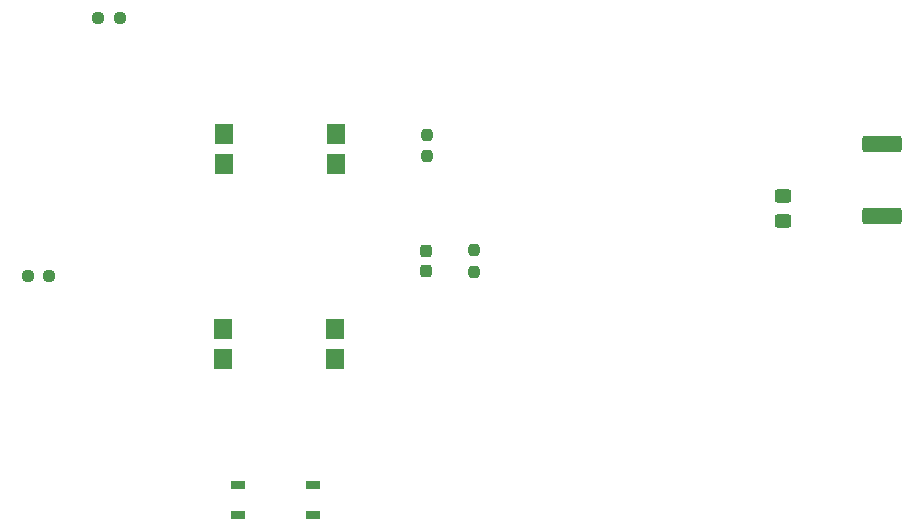
<source format=gbr>
%TF.GenerationSoftware,KiCad,Pcbnew,(6.0.7)*%
%TF.CreationDate,2022-11-08T14:23:53-05:00*%
%TF.ProjectId,high-voltage-board,68696768-2d76-46f6-9c74-6167652d626f,rev?*%
%TF.SameCoordinates,Original*%
%TF.FileFunction,Paste,Bot*%
%TF.FilePolarity,Positive*%
%FSLAX46Y46*%
G04 Gerber Fmt 4.6, Leading zero omitted, Abs format (unit mm)*
G04 Created by KiCad (PCBNEW (6.0.7)) date 2022-11-08 14:23:53*
%MOMM*%
%LPD*%
G01*
G04 APERTURE LIST*
G04 Aperture macros list*
%AMRoundRect*
0 Rectangle with rounded corners*
0 $1 Rounding radius*
0 $2 $3 $4 $5 $6 $7 $8 $9 X,Y pos of 4 corners*
0 Add a 4 corners polygon primitive as box body*
4,1,4,$2,$3,$4,$5,$6,$7,$8,$9,$2,$3,0*
0 Add four circle primitives for the rounded corners*
1,1,$1+$1,$2,$3*
1,1,$1+$1,$4,$5*
1,1,$1+$1,$6,$7*
1,1,$1+$1,$8,$9*
0 Add four rect primitives between the rounded corners*
20,1,$1+$1,$2,$3,$4,$5,0*
20,1,$1+$1,$4,$5,$6,$7,0*
20,1,$1+$1,$6,$7,$8,$9,0*
20,1,$1+$1,$8,$9,$2,$3,0*%
G04 Aperture macros list end*
%ADD10R,1.500000X1.780000*%
%ADD11RoundRect,0.250000X-0.450000X0.325000X-0.450000X-0.325000X0.450000X-0.325000X0.450000X0.325000X0*%
%ADD12RoundRect,0.237500X0.237500X-0.250000X0.237500X0.250000X-0.237500X0.250000X-0.237500X-0.250000X0*%
%ADD13RoundRect,0.237500X0.237500X-0.300000X0.237500X0.300000X-0.237500X0.300000X-0.237500X-0.300000X0*%
%ADD14R,1.200000X0.800000*%
%ADD15RoundRect,0.249999X1.425001X-0.450001X1.425001X0.450001X-1.425001X0.450001X-1.425001X-0.450001X0*%
%ADD16RoundRect,0.237500X0.250000X0.237500X-0.250000X0.237500X-0.250000X-0.237500X0.250000X-0.237500X0*%
%ADD17RoundRect,0.237500X-0.250000X-0.237500X0.250000X-0.237500X0.250000X0.237500X-0.250000X0.237500X0*%
G04 APERTURE END LIST*
D10*
%TO.C,U8*%
X139258000Y-92329000D03*
X139258000Y-94869000D03*
X129728000Y-94869000D03*
X129728000Y-92329000D03*
%TD*%
D11*
%TO.C,L2*%
X177038000Y-97654000D03*
X177038000Y-99704000D03*
%TD*%
D12*
%TO.C,R18*%
X146939000Y-94257500D03*
X146939000Y-92432500D03*
%TD*%
D10*
%TO.C,U2*%
X129651800Y-111404400D03*
X129651800Y-108864400D03*
X139181800Y-108864400D03*
X139181800Y-111404400D03*
%TD*%
D13*
%TO.C,C5*%
X146812000Y-103986500D03*
X146812000Y-102261500D03*
%TD*%
D14*
%TO.C,U9*%
X130962000Y-124587000D03*
X130962000Y-122047000D03*
X137262000Y-122047000D03*
X137262000Y-124587000D03*
%TD*%
D15*
%TO.C,R20*%
X185420000Y-99316000D03*
X185420000Y-93216000D03*
%TD*%
D12*
%TO.C,R2*%
X150876000Y-104036500D03*
X150876000Y-102211500D03*
%TD*%
D16*
%TO.C,R17*%
X114958500Y-104394000D03*
X113133500Y-104394000D03*
%TD*%
D17*
%TO.C,R8*%
X119102500Y-82550000D03*
X120927500Y-82550000D03*
%TD*%
M02*

</source>
